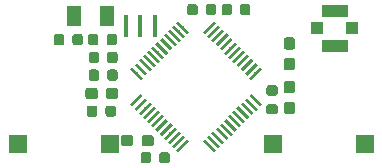
<source format=gtp>
G04 #@! TF.GenerationSoftware,KiCad,Pcbnew,5.0.0-rc2-unknown-a288d61~65~ubuntu18.04.1*
G04 #@! TF.CreationDate,2018-06-25T10:33:02+02:00*
G04 #@! TF.ProjectId,STM32_Sensor_V4,53544D33325F53656E736F725F56342E,rev?*
G04 #@! TF.SameCoordinates,Original*
G04 #@! TF.FileFunction,Paste,Top*
G04 #@! TF.FilePolarity,Positive*
%FSLAX46Y46*%
G04 Gerber Fmt 4.6, Leading zero omitted, Abs format (unit mm)*
G04 Created by KiCad (PCBNEW 5.0.0-rc2-unknown-a288d61~65~ubuntu18.04.1) date Mon Jun 25 10:33:02 2018*
%MOMM*%
%LPD*%
G01*
G04 APERTURE LIST*
%ADD10R,1.500000X1.500000*%
%ADD11C,0.100000*%
%ADD12C,0.875000*%
%ADD13C,0.950000*%
%ADD14C,0.250000*%
%ADD15R,1.300000X1.800000*%
%ADD16R,2.200000X1.050000*%
%ADD17R,1.000000X1.000000*%
%ADD18R,0.400000X1.900000*%
G04 APERTURE END LIST*
D10*
G04 #@! TO.C,SW1*
X137840000Y-105600000D03*
X130040000Y-105600000D03*
G04 #@! TD*
D11*
G04 #@! TO.C,C1*
G36*
X136552691Y-102326053D02*
X136573926Y-102329203D01*
X136594750Y-102334419D01*
X136614962Y-102341651D01*
X136634368Y-102350830D01*
X136652781Y-102361866D01*
X136670024Y-102374654D01*
X136685930Y-102389070D01*
X136700346Y-102404976D01*
X136713134Y-102422219D01*
X136724170Y-102440632D01*
X136733349Y-102460038D01*
X136740581Y-102480250D01*
X136745797Y-102501074D01*
X136748947Y-102522309D01*
X136750000Y-102543750D01*
X136750000Y-103056250D01*
X136748947Y-103077691D01*
X136745797Y-103098926D01*
X136740581Y-103119750D01*
X136733349Y-103139962D01*
X136724170Y-103159368D01*
X136713134Y-103177781D01*
X136700346Y-103195024D01*
X136685930Y-103210930D01*
X136670024Y-103225346D01*
X136652781Y-103238134D01*
X136634368Y-103249170D01*
X136614962Y-103258349D01*
X136594750Y-103265581D01*
X136573926Y-103270797D01*
X136552691Y-103273947D01*
X136531250Y-103275000D01*
X136093750Y-103275000D01*
X136072309Y-103273947D01*
X136051074Y-103270797D01*
X136030250Y-103265581D01*
X136010038Y-103258349D01*
X135990632Y-103249170D01*
X135972219Y-103238134D01*
X135954976Y-103225346D01*
X135939070Y-103210930D01*
X135924654Y-103195024D01*
X135911866Y-103177781D01*
X135900830Y-103159368D01*
X135891651Y-103139962D01*
X135884419Y-103119750D01*
X135879203Y-103098926D01*
X135876053Y-103077691D01*
X135875000Y-103056250D01*
X135875000Y-102543750D01*
X135876053Y-102522309D01*
X135879203Y-102501074D01*
X135884419Y-102480250D01*
X135891651Y-102460038D01*
X135900830Y-102440632D01*
X135911866Y-102422219D01*
X135924654Y-102404976D01*
X135939070Y-102389070D01*
X135954976Y-102374654D01*
X135972219Y-102361866D01*
X135990632Y-102350830D01*
X136010038Y-102341651D01*
X136030250Y-102334419D01*
X136051074Y-102329203D01*
X136072309Y-102326053D01*
X136093750Y-102325000D01*
X136531250Y-102325000D01*
X136552691Y-102326053D01*
X136552691Y-102326053D01*
G37*
D12*
X136312500Y-102800000D03*
D11*
G36*
X138127691Y-102326053D02*
X138148926Y-102329203D01*
X138169750Y-102334419D01*
X138189962Y-102341651D01*
X138209368Y-102350830D01*
X138227781Y-102361866D01*
X138245024Y-102374654D01*
X138260930Y-102389070D01*
X138275346Y-102404976D01*
X138288134Y-102422219D01*
X138299170Y-102440632D01*
X138308349Y-102460038D01*
X138315581Y-102480250D01*
X138320797Y-102501074D01*
X138323947Y-102522309D01*
X138325000Y-102543750D01*
X138325000Y-103056250D01*
X138323947Y-103077691D01*
X138320797Y-103098926D01*
X138315581Y-103119750D01*
X138308349Y-103139962D01*
X138299170Y-103159368D01*
X138288134Y-103177781D01*
X138275346Y-103195024D01*
X138260930Y-103210930D01*
X138245024Y-103225346D01*
X138227781Y-103238134D01*
X138209368Y-103249170D01*
X138189962Y-103258349D01*
X138169750Y-103265581D01*
X138148926Y-103270797D01*
X138127691Y-103273947D01*
X138106250Y-103275000D01*
X137668750Y-103275000D01*
X137647309Y-103273947D01*
X137626074Y-103270797D01*
X137605250Y-103265581D01*
X137585038Y-103258349D01*
X137565632Y-103249170D01*
X137547219Y-103238134D01*
X137529976Y-103225346D01*
X137514070Y-103210930D01*
X137499654Y-103195024D01*
X137486866Y-103177781D01*
X137475830Y-103159368D01*
X137466651Y-103139962D01*
X137459419Y-103119750D01*
X137454203Y-103098926D01*
X137451053Y-103077691D01*
X137450000Y-103056250D01*
X137450000Y-102543750D01*
X137451053Y-102522309D01*
X137454203Y-102501074D01*
X137459419Y-102480250D01*
X137466651Y-102460038D01*
X137475830Y-102440632D01*
X137486866Y-102422219D01*
X137499654Y-102404976D01*
X137514070Y-102389070D01*
X137529976Y-102374654D01*
X137547219Y-102361866D01*
X137565632Y-102350830D01*
X137585038Y-102341651D01*
X137605250Y-102334419D01*
X137626074Y-102329203D01*
X137647309Y-102326053D01*
X137668750Y-102325000D01*
X138106250Y-102325000D01*
X138127691Y-102326053D01*
X138127691Y-102326053D01*
G37*
D12*
X137887500Y-102800000D03*
G04 #@! TD*
D11*
G04 #@! TO.C,C2*
G36*
X151827691Y-100626053D02*
X151848926Y-100629203D01*
X151869750Y-100634419D01*
X151889962Y-100641651D01*
X151909368Y-100650830D01*
X151927781Y-100661866D01*
X151945024Y-100674654D01*
X151960930Y-100689070D01*
X151975346Y-100704976D01*
X151988134Y-100722219D01*
X151999170Y-100740632D01*
X152008349Y-100760038D01*
X152015581Y-100780250D01*
X152020797Y-100801074D01*
X152023947Y-100822309D01*
X152025000Y-100843750D01*
X152025000Y-101281250D01*
X152023947Y-101302691D01*
X152020797Y-101323926D01*
X152015581Y-101344750D01*
X152008349Y-101364962D01*
X151999170Y-101384368D01*
X151988134Y-101402781D01*
X151975346Y-101420024D01*
X151960930Y-101435930D01*
X151945024Y-101450346D01*
X151927781Y-101463134D01*
X151909368Y-101474170D01*
X151889962Y-101483349D01*
X151869750Y-101490581D01*
X151848926Y-101495797D01*
X151827691Y-101498947D01*
X151806250Y-101500000D01*
X151293750Y-101500000D01*
X151272309Y-101498947D01*
X151251074Y-101495797D01*
X151230250Y-101490581D01*
X151210038Y-101483349D01*
X151190632Y-101474170D01*
X151172219Y-101463134D01*
X151154976Y-101450346D01*
X151139070Y-101435930D01*
X151124654Y-101420024D01*
X151111866Y-101402781D01*
X151100830Y-101384368D01*
X151091651Y-101364962D01*
X151084419Y-101344750D01*
X151079203Y-101323926D01*
X151076053Y-101302691D01*
X151075000Y-101281250D01*
X151075000Y-100843750D01*
X151076053Y-100822309D01*
X151079203Y-100801074D01*
X151084419Y-100780250D01*
X151091651Y-100760038D01*
X151100830Y-100740632D01*
X151111866Y-100722219D01*
X151124654Y-100704976D01*
X151139070Y-100689070D01*
X151154976Y-100674654D01*
X151172219Y-100661866D01*
X151190632Y-100650830D01*
X151210038Y-100641651D01*
X151230250Y-100634419D01*
X151251074Y-100629203D01*
X151272309Y-100626053D01*
X151293750Y-100625000D01*
X151806250Y-100625000D01*
X151827691Y-100626053D01*
X151827691Y-100626053D01*
G37*
D12*
X151550000Y-101062500D03*
D11*
G36*
X151827691Y-102201053D02*
X151848926Y-102204203D01*
X151869750Y-102209419D01*
X151889962Y-102216651D01*
X151909368Y-102225830D01*
X151927781Y-102236866D01*
X151945024Y-102249654D01*
X151960930Y-102264070D01*
X151975346Y-102279976D01*
X151988134Y-102297219D01*
X151999170Y-102315632D01*
X152008349Y-102335038D01*
X152015581Y-102355250D01*
X152020797Y-102376074D01*
X152023947Y-102397309D01*
X152025000Y-102418750D01*
X152025000Y-102856250D01*
X152023947Y-102877691D01*
X152020797Y-102898926D01*
X152015581Y-102919750D01*
X152008349Y-102939962D01*
X151999170Y-102959368D01*
X151988134Y-102977781D01*
X151975346Y-102995024D01*
X151960930Y-103010930D01*
X151945024Y-103025346D01*
X151927781Y-103038134D01*
X151909368Y-103049170D01*
X151889962Y-103058349D01*
X151869750Y-103065581D01*
X151848926Y-103070797D01*
X151827691Y-103073947D01*
X151806250Y-103075000D01*
X151293750Y-103075000D01*
X151272309Y-103073947D01*
X151251074Y-103070797D01*
X151230250Y-103065581D01*
X151210038Y-103058349D01*
X151190632Y-103049170D01*
X151172219Y-103038134D01*
X151154976Y-103025346D01*
X151139070Y-103010930D01*
X151124654Y-102995024D01*
X151111866Y-102977781D01*
X151100830Y-102959368D01*
X151091651Y-102939962D01*
X151084419Y-102919750D01*
X151079203Y-102898926D01*
X151076053Y-102877691D01*
X151075000Y-102856250D01*
X151075000Y-102418750D01*
X151076053Y-102397309D01*
X151079203Y-102376074D01*
X151084419Y-102355250D01*
X151091651Y-102335038D01*
X151100830Y-102315632D01*
X151111866Y-102297219D01*
X151124654Y-102279976D01*
X151139070Y-102264070D01*
X151154976Y-102249654D01*
X151172219Y-102236866D01*
X151190632Y-102225830D01*
X151210038Y-102216651D01*
X151230250Y-102209419D01*
X151251074Y-102204203D01*
X151272309Y-102201053D01*
X151293750Y-102200000D01*
X151806250Y-102200000D01*
X151827691Y-102201053D01*
X151827691Y-102201053D01*
G37*
D12*
X151550000Y-102637500D03*
G04 #@! TD*
D11*
G04 #@! TO.C,C3*
G36*
X147952691Y-93726053D02*
X147973926Y-93729203D01*
X147994750Y-93734419D01*
X148014962Y-93741651D01*
X148034368Y-93750830D01*
X148052781Y-93761866D01*
X148070024Y-93774654D01*
X148085930Y-93789070D01*
X148100346Y-93804976D01*
X148113134Y-93822219D01*
X148124170Y-93840632D01*
X148133349Y-93860038D01*
X148140581Y-93880250D01*
X148145797Y-93901074D01*
X148148947Y-93922309D01*
X148150000Y-93943750D01*
X148150000Y-94456250D01*
X148148947Y-94477691D01*
X148145797Y-94498926D01*
X148140581Y-94519750D01*
X148133349Y-94539962D01*
X148124170Y-94559368D01*
X148113134Y-94577781D01*
X148100346Y-94595024D01*
X148085930Y-94610930D01*
X148070024Y-94625346D01*
X148052781Y-94638134D01*
X148034368Y-94649170D01*
X148014962Y-94658349D01*
X147994750Y-94665581D01*
X147973926Y-94670797D01*
X147952691Y-94673947D01*
X147931250Y-94675000D01*
X147493750Y-94675000D01*
X147472309Y-94673947D01*
X147451074Y-94670797D01*
X147430250Y-94665581D01*
X147410038Y-94658349D01*
X147390632Y-94649170D01*
X147372219Y-94638134D01*
X147354976Y-94625346D01*
X147339070Y-94610930D01*
X147324654Y-94595024D01*
X147311866Y-94577781D01*
X147300830Y-94559368D01*
X147291651Y-94539962D01*
X147284419Y-94519750D01*
X147279203Y-94498926D01*
X147276053Y-94477691D01*
X147275000Y-94456250D01*
X147275000Y-93943750D01*
X147276053Y-93922309D01*
X147279203Y-93901074D01*
X147284419Y-93880250D01*
X147291651Y-93860038D01*
X147300830Y-93840632D01*
X147311866Y-93822219D01*
X147324654Y-93804976D01*
X147339070Y-93789070D01*
X147354976Y-93774654D01*
X147372219Y-93761866D01*
X147390632Y-93750830D01*
X147410038Y-93741651D01*
X147430250Y-93734419D01*
X147451074Y-93729203D01*
X147472309Y-93726053D01*
X147493750Y-93725000D01*
X147931250Y-93725000D01*
X147952691Y-93726053D01*
X147952691Y-93726053D01*
G37*
D12*
X147712500Y-94200000D03*
D11*
G36*
X149527691Y-93726053D02*
X149548926Y-93729203D01*
X149569750Y-93734419D01*
X149589962Y-93741651D01*
X149609368Y-93750830D01*
X149627781Y-93761866D01*
X149645024Y-93774654D01*
X149660930Y-93789070D01*
X149675346Y-93804976D01*
X149688134Y-93822219D01*
X149699170Y-93840632D01*
X149708349Y-93860038D01*
X149715581Y-93880250D01*
X149720797Y-93901074D01*
X149723947Y-93922309D01*
X149725000Y-93943750D01*
X149725000Y-94456250D01*
X149723947Y-94477691D01*
X149720797Y-94498926D01*
X149715581Y-94519750D01*
X149708349Y-94539962D01*
X149699170Y-94559368D01*
X149688134Y-94577781D01*
X149675346Y-94595024D01*
X149660930Y-94610930D01*
X149645024Y-94625346D01*
X149627781Y-94638134D01*
X149609368Y-94649170D01*
X149589962Y-94658349D01*
X149569750Y-94665581D01*
X149548926Y-94670797D01*
X149527691Y-94673947D01*
X149506250Y-94675000D01*
X149068750Y-94675000D01*
X149047309Y-94673947D01*
X149026074Y-94670797D01*
X149005250Y-94665581D01*
X148985038Y-94658349D01*
X148965632Y-94649170D01*
X148947219Y-94638134D01*
X148929976Y-94625346D01*
X148914070Y-94610930D01*
X148899654Y-94595024D01*
X148886866Y-94577781D01*
X148875830Y-94559368D01*
X148866651Y-94539962D01*
X148859419Y-94519750D01*
X148854203Y-94498926D01*
X148851053Y-94477691D01*
X148850000Y-94456250D01*
X148850000Y-93943750D01*
X148851053Y-93922309D01*
X148854203Y-93901074D01*
X148859419Y-93880250D01*
X148866651Y-93860038D01*
X148875830Y-93840632D01*
X148886866Y-93822219D01*
X148899654Y-93804976D01*
X148914070Y-93789070D01*
X148929976Y-93774654D01*
X148947219Y-93761866D01*
X148965632Y-93750830D01*
X148985038Y-93741651D01*
X149005250Y-93734419D01*
X149026074Y-93729203D01*
X149047309Y-93726053D01*
X149068750Y-93725000D01*
X149506250Y-93725000D01*
X149527691Y-93726053D01*
X149527691Y-93726053D01*
G37*
D12*
X149287500Y-94200000D03*
G04 #@! TD*
D11*
G04 #@! TO.C,C4*
G36*
X141102691Y-106276053D02*
X141123926Y-106279203D01*
X141144750Y-106284419D01*
X141164962Y-106291651D01*
X141184368Y-106300830D01*
X141202781Y-106311866D01*
X141220024Y-106324654D01*
X141235930Y-106339070D01*
X141250346Y-106354976D01*
X141263134Y-106372219D01*
X141274170Y-106390632D01*
X141283349Y-106410038D01*
X141290581Y-106430250D01*
X141295797Y-106451074D01*
X141298947Y-106472309D01*
X141300000Y-106493750D01*
X141300000Y-107006250D01*
X141298947Y-107027691D01*
X141295797Y-107048926D01*
X141290581Y-107069750D01*
X141283349Y-107089962D01*
X141274170Y-107109368D01*
X141263134Y-107127781D01*
X141250346Y-107145024D01*
X141235930Y-107160930D01*
X141220024Y-107175346D01*
X141202781Y-107188134D01*
X141184368Y-107199170D01*
X141164962Y-107208349D01*
X141144750Y-107215581D01*
X141123926Y-107220797D01*
X141102691Y-107223947D01*
X141081250Y-107225000D01*
X140643750Y-107225000D01*
X140622309Y-107223947D01*
X140601074Y-107220797D01*
X140580250Y-107215581D01*
X140560038Y-107208349D01*
X140540632Y-107199170D01*
X140522219Y-107188134D01*
X140504976Y-107175346D01*
X140489070Y-107160930D01*
X140474654Y-107145024D01*
X140461866Y-107127781D01*
X140450830Y-107109368D01*
X140441651Y-107089962D01*
X140434419Y-107069750D01*
X140429203Y-107048926D01*
X140426053Y-107027691D01*
X140425000Y-107006250D01*
X140425000Y-106493750D01*
X140426053Y-106472309D01*
X140429203Y-106451074D01*
X140434419Y-106430250D01*
X140441651Y-106410038D01*
X140450830Y-106390632D01*
X140461866Y-106372219D01*
X140474654Y-106354976D01*
X140489070Y-106339070D01*
X140504976Y-106324654D01*
X140522219Y-106311866D01*
X140540632Y-106300830D01*
X140560038Y-106291651D01*
X140580250Y-106284419D01*
X140601074Y-106279203D01*
X140622309Y-106276053D01*
X140643750Y-106275000D01*
X141081250Y-106275000D01*
X141102691Y-106276053D01*
X141102691Y-106276053D01*
G37*
D12*
X140862500Y-106750000D03*
D11*
G36*
X142677691Y-106276053D02*
X142698926Y-106279203D01*
X142719750Y-106284419D01*
X142739962Y-106291651D01*
X142759368Y-106300830D01*
X142777781Y-106311866D01*
X142795024Y-106324654D01*
X142810930Y-106339070D01*
X142825346Y-106354976D01*
X142838134Y-106372219D01*
X142849170Y-106390632D01*
X142858349Y-106410038D01*
X142865581Y-106430250D01*
X142870797Y-106451074D01*
X142873947Y-106472309D01*
X142875000Y-106493750D01*
X142875000Y-107006250D01*
X142873947Y-107027691D01*
X142870797Y-107048926D01*
X142865581Y-107069750D01*
X142858349Y-107089962D01*
X142849170Y-107109368D01*
X142838134Y-107127781D01*
X142825346Y-107145024D01*
X142810930Y-107160930D01*
X142795024Y-107175346D01*
X142777781Y-107188134D01*
X142759368Y-107199170D01*
X142739962Y-107208349D01*
X142719750Y-107215581D01*
X142698926Y-107220797D01*
X142677691Y-107223947D01*
X142656250Y-107225000D01*
X142218750Y-107225000D01*
X142197309Y-107223947D01*
X142176074Y-107220797D01*
X142155250Y-107215581D01*
X142135038Y-107208349D01*
X142115632Y-107199170D01*
X142097219Y-107188134D01*
X142079976Y-107175346D01*
X142064070Y-107160930D01*
X142049654Y-107145024D01*
X142036866Y-107127781D01*
X142025830Y-107109368D01*
X142016651Y-107089962D01*
X142009419Y-107069750D01*
X142004203Y-107048926D01*
X142001053Y-107027691D01*
X142000000Y-107006250D01*
X142000000Y-106493750D01*
X142001053Y-106472309D01*
X142004203Y-106451074D01*
X142009419Y-106430250D01*
X142016651Y-106410038D01*
X142025830Y-106390632D01*
X142036866Y-106372219D01*
X142049654Y-106354976D01*
X142064070Y-106339070D01*
X142079976Y-106324654D01*
X142097219Y-106311866D01*
X142115632Y-106300830D01*
X142135038Y-106291651D01*
X142155250Y-106284419D01*
X142176074Y-106279203D01*
X142197309Y-106276053D01*
X142218750Y-106275000D01*
X142656250Y-106275000D01*
X142677691Y-106276053D01*
X142677691Y-106276053D01*
G37*
D12*
X142437500Y-106750000D03*
G04 #@! TD*
D11*
G04 #@! TO.C,C5*
G36*
X138277691Y-99276053D02*
X138298926Y-99279203D01*
X138319750Y-99284419D01*
X138339962Y-99291651D01*
X138359368Y-99300830D01*
X138377781Y-99311866D01*
X138395024Y-99324654D01*
X138410930Y-99339070D01*
X138425346Y-99354976D01*
X138438134Y-99372219D01*
X138449170Y-99390632D01*
X138458349Y-99410038D01*
X138465581Y-99430250D01*
X138470797Y-99451074D01*
X138473947Y-99472309D01*
X138475000Y-99493750D01*
X138475000Y-100006250D01*
X138473947Y-100027691D01*
X138470797Y-100048926D01*
X138465581Y-100069750D01*
X138458349Y-100089962D01*
X138449170Y-100109368D01*
X138438134Y-100127781D01*
X138425346Y-100145024D01*
X138410930Y-100160930D01*
X138395024Y-100175346D01*
X138377781Y-100188134D01*
X138359368Y-100199170D01*
X138339962Y-100208349D01*
X138319750Y-100215581D01*
X138298926Y-100220797D01*
X138277691Y-100223947D01*
X138256250Y-100225000D01*
X137818750Y-100225000D01*
X137797309Y-100223947D01*
X137776074Y-100220797D01*
X137755250Y-100215581D01*
X137735038Y-100208349D01*
X137715632Y-100199170D01*
X137697219Y-100188134D01*
X137679976Y-100175346D01*
X137664070Y-100160930D01*
X137649654Y-100145024D01*
X137636866Y-100127781D01*
X137625830Y-100109368D01*
X137616651Y-100089962D01*
X137609419Y-100069750D01*
X137604203Y-100048926D01*
X137601053Y-100027691D01*
X137600000Y-100006250D01*
X137600000Y-99493750D01*
X137601053Y-99472309D01*
X137604203Y-99451074D01*
X137609419Y-99430250D01*
X137616651Y-99410038D01*
X137625830Y-99390632D01*
X137636866Y-99372219D01*
X137649654Y-99354976D01*
X137664070Y-99339070D01*
X137679976Y-99324654D01*
X137697219Y-99311866D01*
X137715632Y-99300830D01*
X137735038Y-99291651D01*
X137755250Y-99284419D01*
X137776074Y-99279203D01*
X137797309Y-99276053D01*
X137818750Y-99275000D01*
X138256250Y-99275000D01*
X138277691Y-99276053D01*
X138277691Y-99276053D01*
G37*
D12*
X138037500Y-99750000D03*
D11*
G36*
X136702691Y-99276053D02*
X136723926Y-99279203D01*
X136744750Y-99284419D01*
X136764962Y-99291651D01*
X136784368Y-99300830D01*
X136802781Y-99311866D01*
X136820024Y-99324654D01*
X136835930Y-99339070D01*
X136850346Y-99354976D01*
X136863134Y-99372219D01*
X136874170Y-99390632D01*
X136883349Y-99410038D01*
X136890581Y-99430250D01*
X136895797Y-99451074D01*
X136898947Y-99472309D01*
X136900000Y-99493750D01*
X136900000Y-100006250D01*
X136898947Y-100027691D01*
X136895797Y-100048926D01*
X136890581Y-100069750D01*
X136883349Y-100089962D01*
X136874170Y-100109368D01*
X136863134Y-100127781D01*
X136850346Y-100145024D01*
X136835930Y-100160930D01*
X136820024Y-100175346D01*
X136802781Y-100188134D01*
X136784368Y-100199170D01*
X136764962Y-100208349D01*
X136744750Y-100215581D01*
X136723926Y-100220797D01*
X136702691Y-100223947D01*
X136681250Y-100225000D01*
X136243750Y-100225000D01*
X136222309Y-100223947D01*
X136201074Y-100220797D01*
X136180250Y-100215581D01*
X136160038Y-100208349D01*
X136140632Y-100199170D01*
X136122219Y-100188134D01*
X136104976Y-100175346D01*
X136089070Y-100160930D01*
X136074654Y-100145024D01*
X136061866Y-100127781D01*
X136050830Y-100109368D01*
X136041651Y-100089962D01*
X136034419Y-100069750D01*
X136029203Y-100048926D01*
X136026053Y-100027691D01*
X136025000Y-100006250D01*
X136025000Y-99493750D01*
X136026053Y-99472309D01*
X136029203Y-99451074D01*
X136034419Y-99430250D01*
X136041651Y-99410038D01*
X136050830Y-99390632D01*
X136061866Y-99372219D01*
X136074654Y-99354976D01*
X136089070Y-99339070D01*
X136104976Y-99324654D01*
X136122219Y-99311866D01*
X136140632Y-99300830D01*
X136160038Y-99291651D01*
X136180250Y-99284419D01*
X136201074Y-99279203D01*
X136222309Y-99276053D01*
X136243750Y-99275000D01*
X136681250Y-99275000D01*
X136702691Y-99276053D01*
X136702691Y-99276053D01*
G37*
D12*
X136462500Y-99750000D03*
G04 #@! TD*
D11*
G04 #@! TO.C,C6*
G36*
X138277691Y-97776053D02*
X138298926Y-97779203D01*
X138319750Y-97784419D01*
X138339962Y-97791651D01*
X138359368Y-97800830D01*
X138377781Y-97811866D01*
X138395024Y-97824654D01*
X138410930Y-97839070D01*
X138425346Y-97854976D01*
X138438134Y-97872219D01*
X138449170Y-97890632D01*
X138458349Y-97910038D01*
X138465581Y-97930250D01*
X138470797Y-97951074D01*
X138473947Y-97972309D01*
X138475000Y-97993750D01*
X138475000Y-98506250D01*
X138473947Y-98527691D01*
X138470797Y-98548926D01*
X138465581Y-98569750D01*
X138458349Y-98589962D01*
X138449170Y-98609368D01*
X138438134Y-98627781D01*
X138425346Y-98645024D01*
X138410930Y-98660930D01*
X138395024Y-98675346D01*
X138377781Y-98688134D01*
X138359368Y-98699170D01*
X138339962Y-98708349D01*
X138319750Y-98715581D01*
X138298926Y-98720797D01*
X138277691Y-98723947D01*
X138256250Y-98725000D01*
X137818750Y-98725000D01*
X137797309Y-98723947D01*
X137776074Y-98720797D01*
X137755250Y-98715581D01*
X137735038Y-98708349D01*
X137715632Y-98699170D01*
X137697219Y-98688134D01*
X137679976Y-98675346D01*
X137664070Y-98660930D01*
X137649654Y-98645024D01*
X137636866Y-98627781D01*
X137625830Y-98609368D01*
X137616651Y-98589962D01*
X137609419Y-98569750D01*
X137604203Y-98548926D01*
X137601053Y-98527691D01*
X137600000Y-98506250D01*
X137600000Y-97993750D01*
X137601053Y-97972309D01*
X137604203Y-97951074D01*
X137609419Y-97930250D01*
X137616651Y-97910038D01*
X137625830Y-97890632D01*
X137636866Y-97872219D01*
X137649654Y-97854976D01*
X137664070Y-97839070D01*
X137679976Y-97824654D01*
X137697219Y-97811866D01*
X137715632Y-97800830D01*
X137735038Y-97791651D01*
X137755250Y-97784419D01*
X137776074Y-97779203D01*
X137797309Y-97776053D01*
X137818750Y-97775000D01*
X138256250Y-97775000D01*
X138277691Y-97776053D01*
X138277691Y-97776053D01*
G37*
D12*
X138037500Y-98250000D03*
D11*
G36*
X136702691Y-97776053D02*
X136723926Y-97779203D01*
X136744750Y-97784419D01*
X136764962Y-97791651D01*
X136784368Y-97800830D01*
X136802781Y-97811866D01*
X136820024Y-97824654D01*
X136835930Y-97839070D01*
X136850346Y-97854976D01*
X136863134Y-97872219D01*
X136874170Y-97890632D01*
X136883349Y-97910038D01*
X136890581Y-97930250D01*
X136895797Y-97951074D01*
X136898947Y-97972309D01*
X136900000Y-97993750D01*
X136900000Y-98506250D01*
X136898947Y-98527691D01*
X136895797Y-98548926D01*
X136890581Y-98569750D01*
X136883349Y-98589962D01*
X136874170Y-98609368D01*
X136863134Y-98627781D01*
X136850346Y-98645024D01*
X136835930Y-98660930D01*
X136820024Y-98675346D01*
X136802781Y-98688134D01*
X136784368Y-98699170D01*
X136764962Y-98708349D01*
X136744750Y-98715581D01*
X136723926Y-98720797D01*
X136702691Y-98723947D01*
X136681250Y-98725000D01*
X136243750Y-98725000D01*
X136222309Y-98723947D01*
X136201074Y-98720797D01*
X136180250Y-98715581D01*
X136160038Y-98708349D01*
X136140632Y-98699170D01*
X136122219Y-98688134D01*
X136104976Y-98675346D01*
X136089070Y-98660930D01*
X136074654Y-98645024D01*
X136061866Y-98627781D01*
X136050830Y-98609368D01*
X136041651Y-98589962D01*
X136034419Y-98569750D01*
X136029203Y-98548926D01*
X136026053Y-98527691D01*
X136025000Y-98506250D01*
X136025000Y-97993750D01*
X136026053Y-97972309D01*
X136029203Y-97951074D01*
X136034419Y-97930250D01*
X136041651Y-97910038D01*
X136050830Y-97890632D01*
X136061866Y-97872219D01*
X136074654Y-97854976D01*
X136089070Y-97839070D01*
X136104976Y-97824654D01*
X136122219Y-97811866D01*
X136140632Y-97800830D01*
X136160038Y-97791651D01*
X136180250Y-97784419D01*
X136201074Y-97779203D01*
X136222309Y-97776053D01*
X136243750Y-97775000D01*
X136681250Y-97775000D01*
X136702691Y-97776053D01*
X136702691Y-97776053D01*
G37*
D12*
X136462500Y-98250000D03*
G04 #@! TD*
D11*
G04 #@! TO.C,C7*
G36*
X145052691Y-93726053D02*
X145073926Y-93729203D01*
X145094750Y-93734419D01*
X145114962Y-93741651D01*
X145134368Y-93750830D01*
X145152781Y-93761866D01*
X145170024Y-93774654D01*
X145185930Y-93789070D01*
X145200346Y-93804976D01*
X145213134Y-93822219D01*
X145224170Y-93840632D01*
X145233349Y-93860038D01*
X145240581Y-93880250D01*
X145245797Y-93901074D01*
X145248947Y-93922309D01*
X145250000Y-93943750D01*
X145250000Y-94456250D01*
X145248947Y-94477691D01*
X145245797Y-94498926D01*
X145240581Y-94519750D01*
X145233349Y-94539962D01*
X145224170Y-94559368D01*
X145213134Y-94577781D01*
X145200346Y-94595024D01*
X145185930Y-94610930D01*
X145170024Y-94625346D01*
X145152781Y-94638134D01*
X145134368Y-94649170D01*
X145114962Y-94658349D01*
X145094750Y-94665581D01*
X145073926Y-94670797D01*
X145052691Y-94673947D01*
X145031250Y-94675000D01*
X144593750Y-94675000D01*
X144572309Y-94673947D01*
X144551074Y-94670797D01*
X144530250Y-94665581D01*
X144510038Y-94658349D01*
X144490632Y-94649170D01*
X144472219Y-94638134D01*
X144454976Y-94625346D01*
X144439070Y-94610930D01*
X144424654Y-94595024D01*
X144411866Y-94577781D01*
X144400830Y-94559368D01*
X144391651Y-94539962D01*
X144384419Y-94519750D01*
X144379203Y-94498926D01*
X144376053Y-94477691D01*
X144375000Y-94456250D01*
X144375000Y-93943750D01*
X144376053Y-93922309D01*
X144379203Y-93901074D01*
X144384419Y-93880250D01*
X144391651Y-93860038D01*
X144400830Y-93840632D01*
X144411866Y-93822219D01*
X144424654Y-93804976D01*
X144439070Y-93789070D01*
X144454976Y-93774654D01*
X144472219Y-93761866D01*
X144490632Y-93750830D01*
X144510038Y-93741651D01*
X144530250Y-93734419D01*
X144551074Y-93729203D01*
X144572309Y-93726053D01*
X144593750Y-93725000D01*
X145031250Y-93725000D01*
X145052691Y-93726053D01*
X145052691Y-93726053D01*
G37*
D12*
X144812500Y-94200000D03*
D11*
G36*
X146627691Y-93726053D02*
X146648926Y-93729203D01*
X146669750Y-93734419D01*
X146689962Y-93741651D01*
X146709368Y-93750830D01*
X146727781Y-93761866D01*
X146745024Y-93774654D01*
X146760930Y-93789070D01*
X146775346Y-93804976D01*
X146788134Y-93822219D01*
X146799170Y-93840632D01*
X146808349Y-93860038D01*
X146815581Y-93880250D01*
X146820797Y-93901074D01*
X146823947Y-93922309D01*
X146825000Y-93943750D01*
X146825000Y-94456250D01*
X146823947Y-94477691D01*
X146820797Y-94498926D01*
X146815581Y-94519750D01*
X146808349Y-94539962D01*
X146799170Y-94559368D01*
X146788134Y-94577781D01*
X146775346Y-94595024D01*
X146760930Y-94610930D01*
X146745024Y-94625346D01*
X146727781Y-94638134D01*
X146709368Y-94649170D01*
X146689962Y-94658349D01*
X146669750Y-94665581D01*
X146648926Y-94670797D01*
X146627691Y-94673947D01*
X146606250Y-94675000D01*
X146168750Y-94675000D01*
X146147309Y-94673947D01*
X146126074Y-94670797D01*
X146105250Y-94665581D01*
X146085038Y-94658349D01*
X146065632Y-94649170D01*
X146047219Y-94638134D01*
X146029976Y-94625346D01*
X146014070Y-94610930D01*
X145999654Y-94595024D01*
X145986866Y-94577781D01*
X145975830Y-94559368D01*
X145966651Y-94539962D01*
X145959419Y-94519750D01*
X145954203Y-94498926D01*
X145951053Y-94477691D01*
X145950000Y-94456250D01*
X145950000Y-93943750D01*
X145951053Y-93922309D01*
X145954203Y-93901074D01*
X145959419Y-93880250D01*
X145966651Y-93860038D01*
X145975830Y-93840632D01*
X145986866Y-93822219D01*
X145999654Y-93804976D01*
X146014070Y-93789070D01*
X146029976Y-93774654D01*
X146047219Y-93761866D01*
X146065632Y-93750830D01*
X146085038Y-93741651D01*
X146105250Y-93734419D01*
X146126074Y-93729203D01*
X146147309Y-93726053D01*
X146168750Y-93725000D01*
X146606250Y-93725000D01*
X146627691Y-93726053D01*
X146627691Y-93726053D01*
G37*
D12*
X146387500Y-94200000D03*
G04 #@! TD*
D11*
G04 #@! TO.C,C8*
G36*
X133752691Y-96276053D02*
X133773926Y-96279203D01*
X133794750Y-96284419D01*
X133814962Y-96291651D01*
X133834368Y-96300830D01*
X133852781Y-96311866D01*
X133870024Y-96324654D01*
X133885930Y-96339070D01*
X133900346Y-96354976D01*
X133913134Y-96372219D01*
X133924170Y-96390632D01*
X133933349Y-96410038D01*
X133940581Y-96430250D01*
X133945797Y-96451074D01*
X133948947Y-96472309D01*
X133950000Y-96493750D01*
X133950000Y-97006250D01*
X133948947Y-97027691D01*
X133945797Y-97048926D01*
X133940581Y-97069750D01*
X133933349Y-97089962D01*
X133924170Y-97109368D01*
X133913134Y-97127781D01*
X133900346Y-97145024D01*
X133885930Y-97160930D01*
X133870024Y-97175346D01*
X133852781Y-97188134D01*
X133834368Y-97199170D01*
X133814962Y-97208349D01*
X133794750Y-97215581D01*
X133773926Y-97220797D01*
X133752691Y-97223947D01*
X133731250Y-97225000D01*
X133293750Y-97225000D01*
X133272309Y-97223947D01*
X133251074Y-97220797D01*
X133230250Y-97215581D01*
X133210038Y-97208349D01*
X133190632Y-97199170D01*
X133172219Y-97188134D01*
X133154976Y-97175346D01*
X133139070Y-97160930D01*
X133124654Y-97145024D01*
X133111866Y-97127781D01*
X133100830Y-97109368D01*
X133091651Y-97089962D01*
X133084419Y-97069750D01*
X133079203Y-97048926D01*
X133076053Y-97027691D01*
X133075000Y-97006250D01*
X133075000Y-96493750D01*
X133076053Y-96472309D01*
X133079203Y-96451074D01*
X133084419Y-96430250D01*
X133091651Y-96410038D01*
X133100830Y-96390632D01*
X133111866Y-96372219D01*
X133124654Y-96354976D01*
X133139070Y-96339070D01*
X133154976Y-96324654D01*
X133172219Y-96311866D01*
X133190632Y-96300830D01*
X133210038Y-96291651D01*
X133230250Y-96284419D01*
X133251074Y-96279203D01*
X133272309Y-96276053D01*
X133293750Y-96275000D01*
X133731250Y-96275000D01*
X133752691Y-96276053D01*
X133752691Y-96276053D01*
G37*
D12*
X133512500Y-96750000D03*
D11*
G36*
X135327691Y-96276053D02*
X135348926Y-96279203D01*
X135369750Y-96284419D01*
X135389962Y-96291651D01*
X135409368Y-96300830D01*
X135427781Y-96311866D01*
X135445024Y-96324654D01*
X135460930Y-96339070D01*
X135475346Y-96354976D01*
X135488134Y-96372219D01*
X135499170Y-96390632D01*
X135508349Y-96410038D01*
X135515581Y-96430250D01*
X135520797Y-96451074D01*
X135523947Y-96472309D01*
X135525000Y-96493750D01*
X135525000Y-97006250D01*
X135523947Y-97027691D01*
X135520797Y-97048926D01*
X135515581Y-97069750D01*
X135508349Y-97089962D01*
X135499170Y-97109368D01*
X135488134Y-97127781D01*
X135475346Y-97145024D01*
X135460930Y-97160930D01*
X135445024Y-97175346D01*
X135427781Y-97188134D01*
X135409368Y-97199170D01*
X135389962Y-97208349D01*
X135369750Y-97215581D01*
X135348926Y-97220797D01*
X135327691Y-97223947D01*
X135306250Y-97225000D01*
X134868750Y-97225000D01*
X134847309Y-97223947D01*
X134826074Y-97220797D01*
X134805250Y-97215581D01*
X134785038Y-97208349D01*
X134765632Y-97199170D01*
X134747219Y-97188134D01*
X134729976Y-97175346D01*
X134714070Y-97160930D01*
X134699654Y-97145024D01*
X134686866Y-97127781D01*
X134675830Y-97109368D01*
X134666651Y-97089962D01*
X134659419Y-97069750D01*
X134654203Y-97048926D01*
X134651053Y-97027691D01*
X134650000Y-97006250D01*
X134650000Y-96493750D01*
X134651053Y-96472309D01*
X134654203Y-96451074D01*
X134659419Y-96430250D01*
X134666651Y-96410038D01*
X134675830Y-96390632D01*
X134686866Y-96372219D01*
X134699654Y-96354976D01*
X134714070Y-96339070D01*
X134729976Y-96324654D01*
X134747219Y-96311866D01*
X134765632Y-96300830D01*
X134785038Y-96291651D01*
X134805250Y-96284419D01*
X134826074Y-96279203D01*
X134847309Y-96276053D01*
X134868750Y-96275000D01*
X135306250Y-96275000D01*
X135327691Y-96276053D01*
X135327691Y-96276053D01*
G37*
D12*
X135087500Y-96750000D03*
G04 #@! TD*
D11*
G04 #@! TO.C,C9*
G36*
X136652691Y-96276053D02*
X136673926Y-96279203D01*
X136694750Y-96284419D01*
X136714962Y-96291651D01*
X136734368Y-96300830D01*
X136752781Y-96311866D01*
X136770024Y-96324654D01*
X136785930Y-96339070D01*
X136800346Y-96354976D01*
X136813134Y-96372219D01*
X136824170Y-96390632D01*
X136833349Y-96410038D01*
X136840581Y-96430250D01*
X136845797Y-96451074D01*
X136848947Y-96472309D01*
X136850000Y-96493750D01*
X136850000Y-97006250D01*
X136848947Y-97027691D01*
X136845797Y-97048926D01*
X136840581Y-97069750D01*
X136833349Y-97089962D01*
X136824170Y-97109368D01*
X136813134Y-97127781D01*
X136800346Y-97145024D01*
X136785930Y-97160930D01*
X136770024Y-97175346D01*
X136752781Y-97188134D01*
X136734368Y-97199170D01*
X136714962Y-97208349D01*
X136694750Y-97215581D01*
X136673926Y-97220797D01*
X136652691Y-97223947D01*
X136631250Y-97225000D01*
X136193750Y-97225000D01*
X136172309Y-97223947D01*
X136151074Y-97220797D01*
X136130250Y-97215581D01*
X136110038Y-97208349D01*
X136090632Y-97199170D01*
X136072219Y-97188134D01*
X136054976Y-97175346D01*
X136039070Y-97160930D01*
X136024654Y-97145024D01*
X136011866Y-97127781D01*
X136000830Y-97109368D01*
X135991651Y-97089962D01*
X135984419Y-97069750D01*
X135979203Y-97048926D01*
X135976053Y-97027691D01*
X135975000Y-97006250D01*
X135975000Y-96493750D01*
X135976053Y-96472309D01*
X135979203Y-96451074D01*
X135984419Y-96430250D01*
X135991651Y-96410038D01*
X136000830Y-96390632D01*
X136011866Y-96372219D01*
X136024654Y-96354976D01*
X136039070Y-96339070D01*
X136054976Y-96324654D01*
X136072219Y-96311866D01*
X136090632Y-96300830D01*
X136110038Y-96291651D01*
X136130250Y-96284419D01*
X136151074Y-96279203D01*
X136172309Y-96276053D01*
X136193750Y-96275000D01*
X136631250Y-96275000D01*
X136652691Y-96276053D01*
X136652691Y-96276053D01*
G37*
D12*
X136412500Y-96750000D03*
D11*
G36*
X138227691Y-96276053D02*
X138248926Y-96279203D01*
X138269750Y-96284419D01*
X138289962Y-96291651D01*
X138309368Y-96300830D01*
X138327781Y-96311866D01*
X138345024Y-96324654D01*
X138360930Y-96339070D01*
X138375346Y-96354976D01*
X138388134Y-96372219D01*
X138399170Y-96390632D01*
X138408349Y-96410038D01*
X138415581Y-96430250D01*
X138420797Y-96451074D01*
X138423947Y-96472309D01*
X138425000Y-96493750D01*
X138425000Y-97006250D01*
X138423947Y-97027691D01*
X138420797Y-97048926D01*
X138415581Y-97069750D01*
X138408349Y-97089962D01*
X138399170Y-97109368D01*
X138388134Y-97127781D01*
X138375346Y-97145024D01*
X138360930Y-97160930D01*
X138345024Y-97175346D01*
X138327781Y-97188134D01*
X138309368Y-97199170D01*
X138289962Y-97208349D01*
X138269750Y-97215581D01*
X138248926Y-97220797D01*
X138227691Y-97223947D01*
X138206250Y-97225000D01*
X137768750Y-97225000D01*
X137747309Y-97223947D01*
X137726074Y-97220797D01*
X137705250Y-97215581D01*
X137685038Y-97208349D01*
X137665632Y-97199170D01*
X137647219Y-97188134D01*
X137629976Y-97175346D01*
X137614070Y-97160930D01*
X137599654Y-97145024D01*
X137586866Y-97127781D01*
X137575830Y-97109368D01*
X137566651Y-97089962D01*
X137559419Y-97069750D01*
X137554203Y-97048926D01*
X137551053Y-97027691D01*
X137550000Y-97006250D01*
X137550000Y-96493750D01*
X137551053Y-96472309D01*
X137554203Y-96451074D01*
X137559419Y-96430250D01*
X137566651Y-96410038D01*
X137575830Y-96390632D01*
X137586866Y-96372219D01*
X137599654Y-96354976D01*
X137614070Y-96339070D01*
X137629976Y-96324654D01*
X137647219Y-96311866D01*
X137665632Y-96300830D01*
X137685038Y-96291651D01*
X137705250Y-96284419D01*
X137726074Y-96279203D01*
X137747309Y-96276053D01*
X137768750Y-96275000D01*
X138206250Y-96275000D01*
X138227691Y-96276053D01*
X138227691Y-96276053D01*
G37*
D12*
X137987500Y-96750000D03*
G04 #@! TD*
D11*
G04 #@! TO.C,R1*
G36*
X138335779Y-100826144D02*
X138358834Y-100829563D01*
X138381443Y-100835227D01*
X138403387Y-100843079D01*
X138424457Y-100853044D01*
X138444448Y-100865026D01*
X138463168Y-100878910D01*
X138480438Y-100894562D01*
X138496090Y-100911832D01*
X138509974Y-100930552D01*
X138521956Y-100950543D01*
X138531921Y-100971613D01*
X138539773Y-100993557D01*
X138545437Y-101016166D01*
X138548856Y-101039221D01*
X138550000Y-101062500D01*
X138550000Y-101537500D01*
X138548856Y-101560779D01*
X138545437Y-101583834D01*
X138539773Y-101606443D01*
X138531921Y-101628387D01*
X138521956Y-101649457D01*
X138509974Y-101669448D01*
X138496090Y-101688168D01*
X138480438Y-101705438D01*
X138463168Y-101721090D01*
X138444448Y-101734974D01*
X138424457Y-101746956D01*
X138403387Y-101756921D01*
X138381443Y-101764773D01*
X138358834Y-101770437D01*
X138335779Y-101773856D01*
X138312500Y-101775000D01*
X137737500Y-101775000D01*
X137714221Y-101773856D01*
X137691166Y-101770437D01*
X137668557Y-101764773D01*
X137646613Y-101756921D01*
X137625543Y-101746956D01*
X137605552Y-101734974D01*
X137586832Y-101721090D01*
X137569562Y-101705438D01*
X137553910Y-101688168D01*
X137540026Y-101669448D01*
X137528044Y-101649457D01*
X137518079Y-101628387D01*
X137510227Y-101606443D01*
X137504563Y-101583834D01*
X137501144Y-101560779D01*
X137500000Y-101537500D01*
X137500000Y-101062500D01*
X137501144Y-101039221D01*
X137504563Y-101016166D01*
X137510227Y-100993557D01*
X137518079Y-100971613D01*
X137528044Y-100950543D01*
X137540026Y-100930552D01*
X137553910Y-100911832D01*
X137569562Y-100894562D01*
X137586832Y-100878910D01*
X137605552Y-100865026D01*
X137625543Y-100853044D01*
X137646613Y-100843079D01*
X137668557Y-100835227D01*
X137691166Y-100829563D01*
X137714221Y-100826144D01*
X137737500Y-100825000D01*
X138312500Y-100825000D01*
X138335779Y-100826144D01*
X138335779Y-100826144D01*
G37*
D13*
X138025000Y-101300000D03*
D11*
G36*
X136585779Y-100826144D02*
X136608834Y-100829563D01*
X136631443Y-100835227D01*
X136653387Y-100843079D01*
X136674457Y-100853044D01*
X136694448Y-100865026D01*
X136713168Y-100878910D01*
X136730438Y-100894562D01*
X136746090Y-100911832D01*
X136759974Y-100930552D01*
X136771956Y-100950543D01*
X136781921Y-100971613D01*
X136789773Y-100993557D01*
X136795437Y-101016166D01*
X136798856Y-101039221D01*
X136800000Y-101062500D01*
X136800000Y-101537500D01*
X136798856Y-101560779D01*
X136795437Y-101583834D01*
X136789773Y-101606443D01*
X136781921Y-101628387D01*
X136771956Y-101649457D01*
X136759974Y-101669448D01*
X136746090Y-101688168D01*
X136730438Y-101705438D01*
X136713168Y-101721090D01*
X136694448Y-101734974D01*
X136674457Y-101746956D01*
X136653387Y-101756921D01*
X136631443Y-101764773D01*
X136608834Y-101770437D01*
X136585779Y-101773856D01*
X136562500Y-101775000D01*
X135987500Y-101775000D01*
X135964221Y-101773856D01*
X135941166Y-101770437D01*
X135918557Y-101764773D01*
X135896613Y-101756921D01*
X135875543Y-101746956D01*
X135855552Y-101734974D01*
X135836832Y-101721090D01*
X135819562Y-101705438D01*
X135803910Y-101688168D01*
X135790026Y-101669448D01*
X135778044Y-101649457D01*
X135768079Y-101628387D01*
X135760227Y-101606443D01*
X135754563Y-101583834D01*
X135751144Y-101560779D01*
X135750000Y-101537500D01*
X135750000Y-101062500D01*
X135751144Y-101039221D01*
X135754563Y-101016166D01*
X135760227Y-100993557D01*
X135768079Y-100971613D01*
X135778044Y-100950543D01*
X135790026Y-100930552D01*
X135803910Y-100911832D01*
X135819562Y-100894562D01*
X135836832Y-100878910D01*
X135855552Y-100865026D01*
X135875543Y-100853044D01*
X135896613Y-100843079D01*
X135918557Y-100835227D01*
X135941166Y-100829563D01*
X135964221Y-100826144D01*
X135987500Y-100825000D01*
X136562500Y-100825000D01*
X136585779Y-100826144D01*
X136585779Y-100826144D01*
G37*
D13*
X136275000Y-101300000D03*
G04 #@! TD*
D11*
G04 #@! TO.C,R2*
G36*
X153285779Y-100251144D02*
X153308834Y-100254563D01*
X153331443Y-100260227D01*
X153353387Y-100268079D01*
X153374457Y-100278044D01*
X153394448Y-100290026D01*
X153413168Y-100303910D01*
X153430438Y-100319562D01*
X153446090Y-100336832D01*
X153459974Y-100355552D01*
X153471956Y-100375543D01*
X153481921Y-100396613D01*
X153489773Y-100418557D01*
X153495437Y-100441166D01*
X153498856Y-100464221D01*
X153500000Y-100487500D01*
X153500000Y-101062500D01*
X153498856Y-101085779D01*
X153495437Y-101108834D01*
X153489773Y-101131443D01*
X153481921Y-101153387D01*
X153471956Y-101174457D01*
X153459974Y-101194448D01*
X153446090Y-101213168D01*
X153430438Y-101230438D01*
X153413168Y-101246090D01*
X153394448Y-101259974D01*
X153374457Y-101271956D01*
X153353387Y-101281921D01*
X153331443Y-101289773D01*
X153308834Y-101295437D01*
X153285779Y-101298856D01*
X153262500Y-101300000D01*
X152787500Y-101300000D01*
X152764221Y-101298856D01*
X152741166Y-101295437D01*
X152718557Y-101289773D01*
X152696613Y-101281921D01*
X152675543Y-101271956D01*
X152655552Y-101259974D01*
X152636832Y-101246090D01*
X152619562Y-101230438D01*
X152603910Y-101213168D01*
X152590026Y-101194448D01*
X152578044Y-101174457D01*
X152568079Y-101153387D01*
X152560227Y-101131443D01*
X152554563Y-101108834D01*
X152551144Y-101085779D01*
X152550000Y-101062500D01*
X152550000Y-100487500D01*
X152551144Y-100464221D01*
X152554563Y-100441166D01*
X152560227Y-100418557D01*
X152568079Y-100396613D01*
X152578044Y-100375543D01*
X152590026Y-100355552D01*
X152603910Y-100336832D01*
X152619562Y-100319562D01*
X152636832Y-100303910D01*
X152655552Y-100290026D01*
X152675543Y-100278044D01*
X152696613Y-100268079D01*
X152718557Y-100260227D01*
X152741166Y-100254563D01*
X152764221Y-100251144D01*
X152787500Y-100250000D01*
X153262500Y-100250000D01*
X153285779Y-100251144D01*
X153285779Y-100251144D01*
G37*
D13*
X153025000Y-100775000D03*
D11*
G36*
X153285779Y-102001144D02*
X153308834Y-102004563D01*
X153331443Y-102010227D01*
X153353387Y-102018079D01*
X153374457Y-102028044D01*
X153394448Y-102040026D01*
X153413168Y-102053910D01*
X153430438Y-102069562D01*
X153446090Y-102086832D01*
X153459974Y-102105552D01*
X153471956Y-102125543D01*
X153481921Y-102146613D01*
X153489773Y-102168557D01*
X153495437Y-102191166D01*
X153498856Y-102214221D01*
X153500000Y-102237500D01*
X153500000Y-102812500D01*
X153498856Y-102835779D01*
X153495437Y-102858834D01*
X153489773Y-102881443D01*
X153481921Y-102903387D01*
X153471956Y-102924457D01*
X153459974Y-102944448D01*
X153446090Y-102963168D01*
X153430438Y-102980438D01*
X153413168Y-102996090D01*
X153394448Y-103009974D01*
X153374457Y-103021956D01*
X153353387Y-103031921D01*
X153331443Y-103039773D01*
X153308834Y-103045437D01*
X153285779Y-103048856D01*
X153262500Y-103050000D01*
X152787500Y-103050000D01*
X152764221Y-103048856D01*
X152741166Y-103045437D01*
X152718557Y-103039773D01*
X152696613Y-103031921D01*
X152675543Y-103021956D01*
X152655552Y-103009974D01*
X152636832Y-102996090D01*
X152619562Y-102980438D01*
X152603910Y-102963168D01*
X152590026Y-102944448D01*
X152578044Y-102924457D01*
X152568079Y-102903387D01*
X152560227Y-102881443D01*
X152554563Y-102858834D01*
X152551144Y-102835779D01*
X152550000Y-102812500D01*
X152550000Y-102237500D01*
X152551144Y-102214221D01*
X152554563Y-102191166D01*
X152560227Y-102168557D01*
X152568079Y-102146613D01*
X152578044Y-102125543D01*
X152590026Y-102105552D01*
X152603910Y-102086832D01*
X152619562Y-102069562D01*
X152636832Y-102053910D01*
X152655552Y-102040026D01*
X152675543Y-102028044D01*
X152696613Y-102018079D01*
X152718557Y-102010227D01*
X152741166Y-102004563D01*
X152764221Y-102001144D01*
X152787500Y-102000000D01*
X153262500Y-102000000D01*
X153285779Y-102001144D01*
X153285779Y-102001144D01*
G37*
D13*
X153025000Y-102525000D03*
G04 #@! TD*
D11*
G04 #@! TO.C,R3*
G36*
X153285779Y-98301144D02*
X153308834Y-98304563D01*
X153331443Y-98310227D01*
X153353387Y-98318079D01*
X153374457Y-98328044D01*
X153394448Y-98340026D01*
X153413168Y-98353910D01*
X153430438Y-98369562D01*
X153446090Y-98386832D01*
X153459974Y-98405552D01*
X153471956Y-98425543D01*
X153481921Y-98446613D01*
X153489773Y-98468557D01*
X153495437Y-98491166D01*
X153498856Y-98514221D01*
X153500000Y-98537500D01*
X153500000Y-99112500D01*
X153498856Y-99135779D01*
X153495437Y-99158834D01*
X153489773Y-99181443D01*
X153481921Y-99203387D01*
X153471956Y-99224457D01*
X153459974Y-99244448D01*
X153446090Y-99263168D01*
X153430438Y-99280438D01*
X153413168Y-99296090D01*
X153394448Y-99309974D01*
X153374457Y-99321956D01*
X153353387Y-99331921D01*
X153331443Y-99339773D01*
X153308834Y-99345437D01*
X153285779Y-99348856D01*
X153262500Y-99350000D01*
X152787500Y-99350000D01*
X152764221Y-99348856D01*
X152741166Y-99345437D01*
X152718557Y-99339773D01*
X152696613Y-99331921D01*
X152675543Y-99321956D01*
X152655552Y-99309974D01*
X152636832Y-99296090D01*
X152619562Y-99280438D01*
X152603910Y-99263168D01*
X152590026Y-99244448D01*
X152578044Y-99224457D01*
X152568079Y-99203387D01*
X152560227Y-99181443D01*
X152554563Y-99158834D01*
X152551144Y-99135779D01*
X152550000Y-99112500D01*
X152550000Y-98537500D01*
X152551144Y-98514221D01*
X152554563Y-98491166D01*
X152560227Y-98468557D01*
X152568079Y-98446613D01*
X152578044Y-98425543D01*
X152590026Y-98405552D01*
X152603910Y-98386832D01*
X152619562Y-98369562D01*
X152636832Y-98353910D01*
X152655552Y-98340026D01*
X152675543Y-98328044D01*
X152696613Y-98318079D01*
X152718557Y-98310227D01*
X152741166Y-98304563D01*
X152764221Y-98301144D01*
X152787500Y-98300000D01*
X153262500Y-98300000D01*
X153285779Y-98301144D01*
X153285779Y-98301144D01*
G37*
D13*
X153025000Y-98825000D03*
D11*
G36*
X153285779Y-96551144D02*
X153308834Y-96554563D01*
X153331443Y-96560227D01*
X153353387Y-96568079D01*
X153374457Y-96578044D01*
X153394448Y-96590026D01*
X153413168Y-96603910D01*
X153430438Y-96619562D01*
X153446090Y-96636832D01*
X153459974Y-96655552D01*
X153471956Y-96675543D01*
X153481921Y-96696613D01*
X153489773Y-96718557D01*
X153495437Y-96741166D01*
X153498856Y-96764221D01*
X153500000Y-96787500D01*
X153500000Y-97362500D01*
X153498856Y-97385779D01*
X153495437Y-97408834D01*
X153489773Y-97431443D01*
X153481921Y-97453387D01*
X153471956Y-97474457D01*
X153459974Y-97494448D01*
X153446090Y-97513168D01*
X153430438Y-97530438D01*
X153413168Y-97546090D01*
X153394448Y-97559974D01*
X153374457Y-97571956D01*
X153353387Y-97581921D01*
X153331443Y-97589773D01*
X153308834Y-97595437D01*
X153285779Y-97598856D01*
X153262500Y-97600000D01*
X152787500Y-97600000D01*
X152764221Y-97598856D01*
X152741166Y-97595437D01*
X152718557Y-97589773D01*
X152696613Y-97581921D01*
X152675543Y-97571956D01*
X152655552Y-97559974D01*
X152636832Y-97546090D01*
X152619562Y-97530438D01*
X152603910Y-97513168D01*
X152590026Y-97494448D01*
X152578044Y-97474457D01*
X152568079Y-97453387D01*
X152560227Y-97431443D01*
X152554563Y-97408834D01*
X152551144Y-97385779D01*
X152550000Y-97362500D01*
X152550000Y-96787500D01*
X152551144Y-96764221D01*
X152554563Y-96741166D01*
X152560227Y-96718557D01*
X152568079Y-96696613D01*
X152578044Y-96675543D01*
X152590026Y-96655552D01*
X152603910Y-96636832D01*
X152619562Y-96619562D01*
X152636832Y-96603910D01*
X152655552Y-96590026D01*
X152675543Y-96578044D01*
X152696613Y-96568079D01*
X152718557Y-96560227D01*
X152741166Y-96554563D01*
X152764221Y-96551144D01*
X152787500Y-96550000D01*
X153262500Y-96550000D01*
X153285779Y-96551144D01*
X153285779Y-96551144D01*
G37*
D13*
X153025000Y-97075000D03*
G04 #@! TD*
D11*
G04 #@! TO.C,R4*
G36*
X139585779Y-104826144D02*
X139608834Y-104829563D01*
X139631443Y-104835227D01*
X139653387Y-104843079D01*
X139674457Y-104853044D01*
X139694448Y-104865026D01*
X139713168Y-104878910D01*
X139730438Y-104894562D01*
X139746090Y-104911832D01*
X139759974Y-104930552D01*
X139771956Y-104950543D01*
X139781921Y-104971613D01*
X139789773Y-104993557D01*
X139795437Y-105016166D01*
X139798856Y-105039221D01*
X139800000Y-105062500D01*
X139800000Y-105537500D01*
X139798856Y-105560779D01*
X139795437Y-105583834D01*
X139789773Y-105606443D01*
X139781921Y-105628387D01*
X139771956Y-105649457D01*
X139759974Y-105669448D01*
X139746090Y-105688168D01*
X139730438Y-105705438D01*
X139713168Y-105721090D01*
X139694448Y-105734974D01*
X139674457Y-105746956D01*
X139653387Y-105756921D01*
X139631443Y-105764773D01*
X139608834Y-105770437D01*
X139585779Y-105773856D01*
X139562500Y-105775000D01*
X138987500Y-105775000D01*
X138964221Y-105773856D01*
X138941166Y-105770437D01*
X138918557Y-105764773D01*
X138896613Y-105756921D01*
X138875543Y-105746956D01*
X138855552Y-105734974D01*
X138836832Y-105721090D01*
X138819562Y-105705438D01*
X138803910Y-105688168D01*
X138790026Y-105669448D01*
X138778044Y-105649457D01*
X138768079Y-105628387D01*
X138760227Y-105606443D01*
X138754563Y-105583834D01*
X138751144Y-105560779D01*
X138750000Y-105537500D01*
X138750000Y-105062500D01*
X138751144Y-105039221D01*
X138754563Y-105016166D01*
X138760227Y-104993557D01*
X138768079Y-104971613D01*
X138778044Y-104950543D01*
X138790026Y-104930552D01*
X138803910Y-104911832D01*
X138819562Y-104894562D01*
X138836832Y-104878910D01*
X138855552Y-104865026D01*
X138875543Y-104853044D01*
X138896613Y-104843079D01*
X138918557Y-104835227D01*
X138941166Y-104829563D01*
X138964221Y-104826144D01*
X138987500Y-104825000D01*
X139562500Y-104825000D01*
X139585779Y-104826144D01*
X139585779Y-104826144D01*
G37*
D13*
X139275000Y-105300000D03*
D11*
G36*
X141335779Y-104826144D02*
X141358834Y-104829563D01*
X141381443Y-104835227D01*
X141403387Y-104843079D01*
X141424457Y-104853044D01*
X141444448Y-104865026D01*
X141463168Y-104878910D01*
X141480438Y-104894562D01*
X141496090Y-104911832D01*
X141509974Y-104930552D01*
X141521956Y-104950543D01*
X141531921Y-104971613D01*
X141539773Y-104993557D01*
X141545437Y-105016166D01*
X141548856Y-105039221D01*
X141550000Y-105062500D01*
X141550000Y-105537500D01*
X141548856Y-105560779D01*
X141545437Y-105583834D01*
X141539773Y-105606443D01*
X141531921Y-105628387D01*
X141521956Y-105649457D01*
X141509974Y-105669448D01*
X141496090Y-105688168D01*
X141480438Y-105705438D01*
X141463168Y-105721090D01*
X141444448Y-105734974D01*
X141424457Y-105746956D01*
X141403387Y-105756921D01*
X141381443Y-105764773D01*
X141358834Y-105770437D01*
X141335779Y-105773856D01*
X141312500Y-105775000D01*
X140737500Y-105775000D01*
X140714221Y-105773856D01*
X140691166Y-105770437D01*
X140668557Y-105764773D01*
X140646613Y-105756921D01*
X140625543Y-105746956D01*
X140605552Y-105734974D01*
X140586832Y-105721090D01*
X140569562Y-105705438D01*
X140553910Y-105688168D01*
X140540026Y-105669448D01*
X140528044Y-105649457D01*
X140518079Y-105628387D01*
X140510227Y-105606443D01*
X140504563Y-105583834D01*
X140501144Y-105560779D01*
X140500000Y-105537500D01*
X140500000Y-105062500D01*
X140501144Y-105039221D01*
X140504563Y-105016166D01*
X140510227Y-104993557D01*
X140518079Y-104971613D01*
X140528044Y-104950543D01*
X140540026Y-104930552D01*
X140553910Y-104911832D01*
X140569562Y-104894562D01*
X140586832Y-104878910D01*
X140605552Y-104865026D01*
X140625543Y-104853044D01*
X140646613Y-104843079D01*
X140668557Y-104835227D01*
X140691166Y-104829563D01*
X140714221Y-104826144D01*
X140737500Y-104825000D01*
X141312500Y-104825000D01*
X141335779Y-104826144D01*
X141335779Y-104826144D01*
G37*
D13*
X141025000Y-105300000D03*
G04 #@! TD*
D14*
G04 #@! TO.C,U1*
X143993629Y-95704542D03*
D11*
G36*
X143445621Y-95333311D02*
X143622398Y-95156534D01*
X144541637Y-96075773D01*
X144364860Y-96252550D01*
X143445621Y-95333311D01*
X143445621Y-95333311D01*
G37*
D14*
X143640076Y-96058095D03*
D11*
G36*
X143092068Y-95686864D02*
X143268845Y-95510087D01*
X144188084Y-96429326D01*
X144011307Y-96606103D01*
X143092068Y-95686864D01*
X143092068Y-95686864D01*
G37*
D14*
X143286522Y-96411649D03*
D11*
G36*
X142738514Y-96040418D02*
X142915291Y-95863641D01*
X143834530Y-96782880D01*
X143657753Y-96959657D01*
X142738514Y-96040418D01*
X142738514Y-96040418D01*
G37*
D14*
X142932969Y-96765202D03*
D11*
G36*
X142384961Y-96393971D02*
X142561738Y-96217194D01*
X143480977Y-97136433D01*
X143304200Y-97313210D01*
X142384961Y-96393971D01*
X142384961Y-96393971D01*
G37*
D14*
X142579416Y-97118755D03*
D11*
G36*
X142031408Y-96747524D02*
X142208185Y-96570747D01*
X143127424Y-97489986D01*
X142950647Y-97666763D01*
X142031408Y-96747524D01*
X142031408Y-96747524D01*
G37*
D14*
X142225862Y-97472309D03*
D11*
G36*
X141677854Y-97101078D02*
X141854631Y-96924301D01*
X142773870Y-97843540D01*
X142597093Y-98020317D01*
X141677854Y-97101078D01*
X141677854Y-97101078D01*
G37*
D14*
X141872309Y-97825862D03*
D11*
G36*
X141324301Y-97454631D02*
X141501078Y-97277854D01*
X142420317Y-98197093D01*
X142243540Y-98373870D01*
X141324301Y-97454631D01*
X141324301Y-97454631D01*
G37*
D14*
X141518755Y-98179416D03*
D11*
G36*
X140970747Y-97808185D02*
X141147524Y-97631408D01*
X142066763Y-98550647D01*
X141889986Y-98727424D01*
X140970747Y-97808185D01*
X140970747Y-97808185D01*
G37*
D14*
X141165202Y-98532969D03*
D11*
G36*
X140617194Y-98161738D02*
X140793971Y-97984961D01*
X141713210Y-98904200D01*
X141536433Y-99080977D01*
X140617194Y-98161738D01*
X140617194Y-98161738D01*
G37*
D14*
X140811649Y-98886522D03*
D11*
G36*
X140263641Y-98515291D02*
X140440418Y-98338514D01*
X141359657Y-99257753D01*
X141182880Y-99434530D01*
X140263641Y-98515291D01*
X140263641Y-98515291D01*
G37*
D14*
X140458095Y-99240076D03*
D11*
G36*
X139910087Y-98868845D02*
X140086864Y-98692068D01*
X141006103Y-99611307D01*
X140829326Y-99788084D01*
X139910087Y-98868845D01*
X139910087Y-98868845D01*
G37*
D14*
X140104542Y-99593629D03*
D11*
G36*
X139556534Y-99222398D02*
X139733311Y-99045621D01*
X140652550Y-99964860D01*
X140475773Y-100141637D01*
X139556534Y-99222398D01*
X139556534Y-99222398D01*
G37*
D14*
X140104542Y-101856371D03*
D11*
G36*
X139733311Y-102404379D02*
X139556534Y-102227602D01*
X140475773Y-101308363D01*
X140652550Y-101485140D01*
X139733311Y-102404379D01*
X139733311Y-102404379D01*
G37*
D14*
X140458095Y-102209924D03*
D11*
G36*
X140086864Y-102757932D02*
X139910087Y-102581155D01*
X140829326Y-101661916D01*
X141006103Y-101838693D01*
X140086864Y-102757932D01*
X140086864Y-102757932D01*
G37*
D14*
X140811649Y-102563478D03*
D11*
G36*
X140440418Y-103111486D02*
X140263641Y-102934709D01*
X141182880Y-102015470D01*
X141359657Y-102192247D01*
X140440418Y-103111486D01*
X140440418Y-103111486D01*
G37*
D14*
X141165202Y-102917031D03*
D11*
G36*
X140793971Y-103465039D02*
X140617194Y-103288262D01*
X141536433Y-102369023D01*
X141713210Y-102545800D01*
X140793971Y-103465039D01*
X140793971Y-103465039D01*
G37*
D14*
X141518755Y-103270584D03*
D11*
G36*
X141147524Y-103818592D02*
X140970747Y-103641815D01*
X141889986Y-102722576D01*
X142066763Y-102899353D01*
X141147524Y-103818592D01*
X141147524Y-103818592D01*
G37*
D14*
X141872309Y-103624138D03*
D11*
G36*
X141501078Y-104172146D02*
X141324301Y-103995369D01*
X142243540Y-103076130D01*
X142420317Y-103252907D01*
X141501078Y-104172146D01*
X141501078Y-104172146D01*
G37*
D14*
X142225862Y-103977691D03*
D11*
G36*
X141854631Y-104525699D02*
X141677854Y-104348922D01*
X142597093Y-103429683D01*
X142773870Y-103606460D01*
X141854631Y-104525699D01*
X141854631Y-104525699D01*
G37*
D14*
X142579416Y-104331245D03*
D11*
G36*
X142208185Y-104879253D02*
X142031408Y-104702476D01*
X142950647Y-103783237D01*
X143127424Y-103960014D01*
X142208185Y-104879253D01*
X142208185Y-104879253D01*
G37*
D14*
X142932969Y-104684798D03*
D11*
G36*
X142561738Y-105232806D02*
X142384961Y-105056029D01*
X143304200Y-104136790D01*
X143480977Y-104313567D01*
X142561738Y-105232806D01*
X142561738Y-105232806D01*
G37*
D14*
X143286522Y-105038351D03*
D11*
G36*
X142915291Y-105586359D02*
X142738514Y-105409582D01*
X143657753Y-104490343D01*
X143834530Y-104667120D01*
X142915291Y-105586359D01*
X142915291Y-105586359D01*
G37*
D14*
X143640076Y-105391905D03*
D11*
G36*
X143268845Y-105939913D02*
X143092068Y-105763136D01*
X144011307Y-104843897D01*
X144188084Y-105020674D01*
X143268845Y-105939913D01*
X143268845Y-105939913D01*
G37*
D14*
X143993629Y-105745458D03*
D11*
G36*
X143622398Y-106293466D02*
X143445621Y-106116689D01*
X144364860Y-105197450D01*
X144541637Y-105374227D01*
X143622398Y-106293466D01*
X143622398Y-106293466D01*
G37*
D14*
X146256371Y-105745458D03*
D11*
G36*
X145708363Y-105374227D02*
X145885140Y-105197450D01*
X146804379Y-106116689D01*
X146627602Y-106293466D01*
X145708363Y-105374227D01*
X145708363Y-105374227D01*
G37*
D14*
X146609924Y-105391905D03*
D11*
G36*
X146061916Y-105020674D02*
X146238693Y-104843897D01*
X147157932Y-105763136D01*
X146981155Y-105939913D01*
X146061916Y-105020674D01*
X146061916Y-105020674D01*
G37*
D14*
X146963478Y-105038351D03*
D11*
G36*
X146415470Y-104667120D02*
X146592247Y-104490343D01*
X147511486Y-105409582D01*
X147334709Y-105586359D01*
X146415470Y-104667120D01*
X146415470Y-104667120D01*
G37*
D14*
X147317031Y-104684798D03*
D11*
G36*
X146769023Y-104313567D02*
X146945800Y-104136790D01*
X147865039Y-105056029D01*
X147688262Y-105232806D01*
X146769023Y-104313567D01*
X146769023Y-104313567D01*
G37*
D14*
X147670584Y-104331245D03*
D11*
G36*
X147122576Y-103960014D02*
X147299353Y-103783237D01*
X148218592Y-104702476D01*
X148041815Y-104879253D01*
X147122576Y-103960014D01*
X147122576Y-103960014D01*
G37*
D14*
X148024138Y-103977691D03*
D11*
G36*
X147476130Y-103606460D02*
X147652907Y-103429683D01*
X148572146Y-104348922D01*
X148395369Y-104525699D01*
X147476130Y-103606460D01*
X147476130Y-103606460D01*
G37*
D14*
X148377691Y-103624138D03*
D11*
G36*
X147829683Y-103252907D02*
X148006460Y-103076130D01*
X148925699Y-103995369D01*
X148748922Y-104172146D01*
X147829683Y-103252907D01*
X147829683Y-103252907D01*
G37*
D14*
X148731245Y-103270584D03*
D11*
G36*
X148183237Y-102899353D02*
X148360014Y-102722576D01*
X149279253Y-103641815D01*
X149102476Y-103818592D01*
X148183237Y-102899353D01*
X148183237Y-102899353D01*
G37*
D14*
X149084798Y-102917031D03*
D11*
G36*
X148536790Y-102545800D02*
X148713567Y-102369023D01*
X149632806Y-103288262D01*
X149456029Y-103465039D01*
X148536790Y-102545800D01*
X148536790Y-102545800D01*
G37*
D14*
X149438351Y-102563478D03*
D11*
G36*
X148890343Y-102192247D02*
X149067120Y-102015470D01*
X149986359Y-102934709D01*
X149809582Y-103111486D01*
X148890343Y-102192247D01*
X148890343Y-102192247D01*
G37*
D14*
X149791905Y-102209924D03*
D11*
G36*
X149243897Y-101838693D02*
X149420674Y-101661916D01*
X150339913Y-102581155D01*
X150163136Y-102757932D01*
X149243897Y-101838693D01*
X149243897Y-101838693D01*
G37*
D14*
X150145458Y-101856371D03*
D11*
G36*
X149597450Y-101485140D02*
X149774227Y-101308363D01*
X150693466Y-102227602D01*
X150516689Y-102404379D01*
X149597450Y-101485140D01*
X149597450Y-101485140D01*
G37*
D14*
X150145458Y-99593629D03*
D11*
G36*
X149774227Y-100141637D02*
X149597450Y-99964860D01*
X150516689Y-99045621D01*
X150693466Y-99222398D01*
X149774227Y-100141637D01*
X149774227Y-100141637D01*
G37*
D14*
X149791905Y-99240076D03*
D11*
G36*
X149420674Y-99788084D02*
X149243897Y-99611307D01*
X150163136Y-98692068D01*
X150339913Y-98868845D01*
X149420674Y-99788084D01*
X149420674Y-99788084D01*
G37*
D14*
X149438351Y-98886522D03*
D11*
G36*
X149067120Y-99434530D02*
X148890343Y-99257753D01*
X149809582Y-98338514D01*
X149986359Y-98515291D01*
X149067120Y-99434530D01*
X149067120Y-99434530D01*
G37*
D14*
X149084798Y-98532969D03*
D11*
G36*
X148713567Y-99080977D02*
X148536790Y-98904200D01*
X149456029Y-97984961D01*
X149632806Y-98161738D01*
X148713567Y-99080977D01*
X148713567Y-99080977D01*
G37*
D14*
X148731245Y-98179416D03*
D11*
G36*
X148360014Y-98727424D02*
X148183237Y-98550647D01*
X149102476Y-97631408D01*
X149279253Y-97808185D01*
X148360014Y-98727424D01*
X148360014Y-98727424D01*
G37*
D14*
X148377691Y-97825862D03*
D11*
G36*
X148006460Y-98373870D02*
X147829683Y-98197093D01*
X148748922Y-97277854D01*
X148925699Y-97454631D01*
X148006460Y-98373870D01*
X148006460Y-98373870D01*
G37*
D14*
X148024138Y-97472309D03*
D11*
G36*
X147652907Y-98020317D02*
X147476130Y-97843540D01*
X148395369Y-96924301D01*
X148572146Y-97101078D01*
X147652907Y-98020317D01*
X147652907Y-98020317D01*
G37*
D14*
X147670584Y-97118755D03*
D11*
G36*
X147299353Y-97666763D02*
X147122576Y-97489986D01*
X148041815Y-96570747D01*
X148218592Y-96747524D01*
X147299353Y-97666763D01*
X147299353Y-97666763D01*
G37*
D14*
X147317031Y-96765202D03*
D11*
G36*
X146945800Y-97313210D02*
X146769023Y-97136433D01*
X147688262Y-96217194D01*
X147865039Y-96393971D01*
X146945800Y-97313210D01*
X146945800Y-97313210D01*
G37*
D14*
X146963478Y-96411649D03*
D11*
G36*
X146592247Y-96959657D02*
X146415470Y-96782880D01*
X147334709Y-95863641D01*
X147511486Y-96040418D01*
X146592247Y-96959657D01*
X146592247Y-96959657D01*
G37*
D14*
X146609924Y-96058095D03*
D11*
G36*
X146238693Y-96606103D02*
X146061916Y-96429326D01*
X146981155Y-95510087D01*
X147157932Y-95686864D01*
X146238693Y-96606103D01*
X146238693Y-96606103D01*
G37*
D14*
X146256371Y-95704542D03*
D11*
G36*
X145885140Y-96252550D02*
X145708363Y-96075773D01*
X146627602Y-95156534D01*
X146804379Y-95333311D01*
X145885140Y-96252550D01*
X145885140Y-96252550D01*
G37*
G04 #@! TD*
D15*
G04 #@! TO.C,Y1*
X137550000Y-94750000D03*
X134750000Y-94750000D03*
G04 #@! TD*
D16*
G04 #@! TO.C,J5*
X156860000Y-97245000D03*
X156860000Y-94295000D03*
D17*
X155360000Y-95770000D03*
X158360000Y-95770000D03*
G04 #@! TD*
D10*
G04 #@! TO.C,SW2*
X151590000Y-105590000D03*
X159390000Y-105590000D03*
G04 #@! TD*
D18*
G04 #@! TO.C,Y2*
X141600000Y-95600000D03*
X140400000Y-95600000D03*
X139200000Y-95600000D03*
G04 #@! TD*
M02*

</source>
